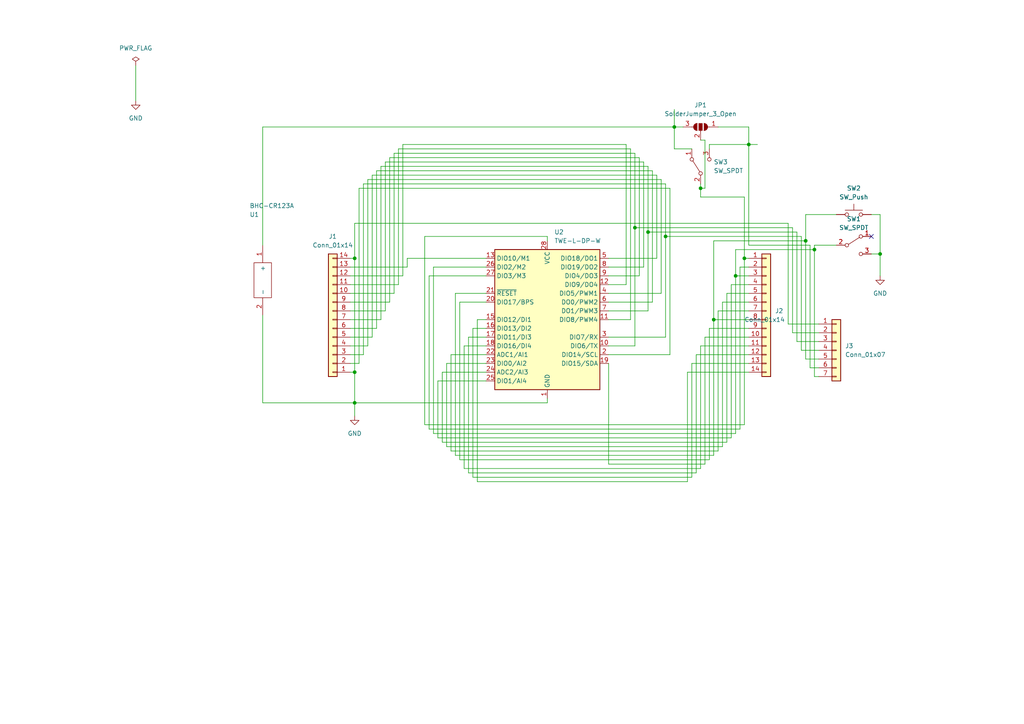
<source format=kicad_sch>
(kicad_sch (version 20211123) (generator eeschema)
  (paper "A4")
  (lib_symbols
    (symbol "BHC-CR123A:BHC-CR123A" (pin_names (offset 0.762))
      (property "Reference" "U" (at 16.51 7.62 0))
      (property "Value" "BHC-CR123A" (at 16.51 5.08 0))
      (symbol "BHC-CR123A_0_0"
        (pin power_out line (at 0 0 0) (length 5.08) (name "+") (number "1"))
        (pin power_in line (at 20.32 0 180) (length 5.08) (name "-") (number "2"))
      )
      (symbol "BHC-CR123A_0_1"
        (polyline (pts (xy 5.08 2.54) (xy 15.24 2.54) (xy 15.24 -2.54) (xy 5.08 -2.54) (xy 5.08 2.54)) (stroke (width 0.1524)))
      )
    )
    (symbol "Connector_Generic:Conn_01x07" (pin_names (offset 1.016) hide)
      (property "Reference" "J" (at 0 10.16 0))
      (property "Value" "Conn_01x07" (at 0 -10.16 0))
      (symbol "Conn_01x07_1_1"
        (rectangle (start -1.27 -7.493) (end 0 -7.747) (stroke (width 0.1524)))
        (rectangle (start -1.27 -4.953) (end 0 -5.207) (stroke (width 0.1524)))
        (rectangle (start -1.27 -2.413) (end 0 -2.667) (stroke (width 0.1524)))
        (rectangle (start -1.27 0.127) (end 0 -0.127) (stroke (width 0.1524)))
        (rectangle (start -1.27 2.667) (end 0 2.413) (stroke (width 0.1524)))
        (rectangle (start -1.27 5.207) (end 0 4.953) (stroke (width 0.1524)))
        (rectangle (start -1.27 7.747) (end 0 7.493) (stroke (width 0.1524)))
        (rectangle (start -1.27 8.89) (end 1.27 -8.89) (stroke (width 0.254)) (fill (type background)))
        (pin passive line (at -5.08 7.62 0) (length 3.81) (name "Pin_1") (number "1"))
        (pin passive line (at -5.08 5.08 0) (length 3.81) (name "Pin_2") (number "2"))
        (pin passive line (at -5.08 2.54 0) (length 3.81) (name "Pin_3") (number "3"))
        (pin passive line (at -5.08 0 0) (length 3.81) (name "Pin_4") (number "4"))
        (pin passive line (at -5.08 -2.54 0) (length 3.81) (name "Pin_5") (number "5"))
        (pin passive line (at -5.08 -5.08 0) (length 3.81) (name "Pin_6") (number "6"))
        (pin passive line (at -5.08 -7.62 0) (length 3.81) (name "Pin_7") (number "7"))
      )
    )
    (symbol "Connector_Generic:Conn_01x14" (pin_names (offset 1.016) hide)
      (property "Reference" "J" (at 0 17.78 0))
      (property "Value" "Conn_01x14" (at 0 -20.32 0))
      (symbol "Conn_01x14_1_1"
        (rectangle (start -1.27 -17.653) (end 0 -17.907) (stroke (width 0.1524)))
        (rectangle (start -1.27 -15.113) (end 0 -15.367) (stroke (width 0.1524)))
        (rectangle (start -1.27 -12.573) (end 0 -12.827) (stroke (width 0.1524)))
        (rectangle (start -1.27 -10.033) (end 0 -10.287) (stroke (width 0.1524)))
        (rectangle (start -1.27 -7.493) (end 0 -7.747) (stroke (width 0.1524)))
        (rectangle (start -1.27 -4.953) (end 0 -5.207) (stroke (width 0.1524)))
        (rectangle (start -1.27 -2.413) (end 0 -2.667) (stroke (width 0.1524)))
        (rectangle (start -1.27 0.127) (end 0 -0.127) (stroke (width 0.1524)))
        (rectangle (start -1.27 2.667) (end 0 2.413) (stroke (width 0.1524)))
        (rectangle (start -1.27 5.207) (end 0 4.953) (stroke (width 0.1524)))
        (rectangle (start -1.27 7.747) (end 0 7.493) (stroke (width 0.1524)))
        (rectangle (start -1.27 10.287) (end 0 10.033) (stroke (width 0.1524)))
        (rectangle (start -1.27 12.827) (end 0 12.573) (stroke (width 0.1524)))
        (rectangle (start -1.27 15.367) (end 0 15.113) (stroke (width 0.1524)))
        (rectangle (start -1.27 16.51) (end 1.27 -19.05) (stroke (width 0.254)) (fill (type background)))
        (pin passive line (at -5.08 15.24 0) (length 3.81) (name "Pin_1") (number "1"))
        (pin passive line (at -5.08 -7.62 0) (length 3.81) (name "Pin_10") (number "10"))
        (pin passive line (at -5.08 -10.16 0) (length 3.81) (name "Pin_11") (number "11"))
        (pin passive line (at -5.08 -12.7 0) (length 3.81) (name "Pin_12") (number "12"))
        (pin passive line (at -5.08 -15.24 0) (length 3.81) (name "Pin_13") (number "13"))
        (pin passive line (at -5.08 -17.78 0) (length 3.81) (name "Pin_14") (number "14"))
        (pin passive line (at -5.08 12.7 0) (length 3.81) (name "Pin_2") (number "2"))
        (pin passive line (at -5.08 10.16 0) (length 3.81) (name "Pin_3") (number "3"))
        (pin passive line (at -5.08 7.62 0) (length 3.81) (name "Pin_4") (number "4"))
        (pin passive line (at -5.08 5.08 0) (length 3.81) (name "Pin_5") (number "5"))
        (pin passive line (at -5.08 2.54 0) (length 3.81) (name "Pin_6") (number "6"))
        (pin passive line (at -5.08 0 0) (length 3.81) (name "Pin_7") (number "7"))
        (pin passive line (at -5.08 -2.54 0) (length 3.81) (name "Pin_8") (number "8"))
        (pin passive line (at -5.08 -5.08 0) (length 3.81) (name "Pin_9") (number "9"))
      )
    )
    (symbol "Jumper:SolderJumper_3_Open" (pin_names (offset 0) hide)
      (property "Reference" "JP" (at -2.54 -2.54 0))
      (property "Value" "SolderJumper_3_Open" (at 0 2.794 0))
      (symbol "SolderJumper_3_Open_0_1"
        (arc (start -1.016 1.016) (mid -2.032 0) (end -1.016 -1.016))
        (arc (start -1.016 1.016) (mid -2.032 0) (end -1.016 -1.016) (fill (type outline)))
        (rectangle (start -0.508 1.016) (end 0.508 -1.016) (fill (type outline)))
        (polyline (pts (xy -2.54 0) (xy -2.032 0)))
        (polyline (pts (xy -1.016 1.016) (xy -1.016 -1.016)))
        (polyline (pts (xy 0 -1.27) (xy 0 -1.016)))
        (polyline (pts (xy 1.016 1.016) (xy 1.016 -1.016)))
        (polyline (pts (xy 2.54 0) (xy 2.032 0)))
        (arc (start 1.016 -1.016) (mid 2.032 0) (end 1.016 1.016))
        (arc (start 1.016 -1.016) (mid 2.032 0) (end 1.016 1.016) (fill (type outline)))
      )
      (symbol "SolderJumper_3_Open_1_1"
        (pin passive line (at -5.08 0 0) (length 2.54) (name "A") (number "1"))
        (pin input line (at 0 -3.81 90) (length 2.54) (name "C") (number "2"))
        (pin passive line (at 5.08 0 180) (length 2.54) (name "B") (number "3"))
      )
    )
    (symbol "RF_ZigBee:TWE-L-DP-W"
      (property "Reference" "U" (at -11.43 21.59 0))
      (property "Value" "TWE-L-DP-W" (at 7.62 21.59 0))
      (symbol "TWE-L-DP-W_1_0"
        (rectangle (start -15.24 -20.32) (end 15.24 20.32) (stroke (width 0.254)) (fill (type background)))
      )
      (symbol "TWE-L-DP-W_1_1"
        (pin power_out line (at 0 -22.86 90) (length 2.54) (name "GND") (number "1"))
        (pin bidirectional line (at 17.78 -7.62 180) (length 2.54) (name "DIO6/TX") (number "10"))
        (pin bidirectional line (at 17.78 0 180) (length 2.54) (name "DIO8/PWM4") (number "11"))
        (pin bidirectional line (at 17.78 10.16 180) (length 2.54) (name "DIO9/DO4") (number "12"))
        (pin bidirectional line (at -17.78 17.78 0) (length 2.54) (name "DIO10/M1") (number "13"))
        (pin passive line (at 0 -22.86 90) (length 2.54) hide (name "GND") (number "14"))
        (pin bidirectional line (at -17.78 0 0) (length 2.54) (name "DIO12/DI1") (number "15"))
        (pin bidirectional line (at -17.78 -2.54 0) (length 2.54) (name "DIO13/DI2") (number "16"))
        (pin bidirectional line (at -17.78 -5.08 0) (length 2.54) (name "DIO11/DI3") (number "17"))
        (pin bidirectional line (at -17.78 -7.62 0) (length 2.54) (name "DIO16/DI4") (number "18"))
        (pin bidirectional line (at 17.78 -12.7 180) (length 2.54) (name "DIO15/SDA") (number "19"))
        (pin bidirectional line (at 17.78 -10.16 180) (length 2.54) (name "DIO14/SCL") (number "2"))
        (pin bidirectional line (at -17.78 5.08 0) (length 2.54) (name "DIO17/BPS") (number "20"))
        (pin input line (at -17.78 7.62 0) (length 2.54) (name "~{RESET}") (number "21"))
        (pin input line (at -17.78 -10.16 0) (length 2.54) (name "ADC1/AI1") (number "22"))
        (pin bidirectional line (at -17.78 -12.7 0) (length 2.54) (name "DIO0/AI2") (number "23"))
        (pin input line (at -17.78 -15.24 0) (length 2.54) (name "ADC2/AI3") (number "24"))
        (pin bidirectional line (at -17.78 -17.78 0) (length 2.54) (name "DIO1/AI4") (number "25"))
        (pin bidirectional line (at -17.78 15.24 0) (length 2.54) (name "DIO2/M2") (number "26"))
        (pin bidirectional line (at -17.78 12.7 0) (length 2.54) (name "DIO3/M3") (number "27"))
        (pin output line (at 0 22.86 270) (length 2.54) (name "VCC") (number "28"))
        (pin bidirectional line (at 17.78 -5.08 180) (length 2.54) (name "DIO7/RX") (number "3"))
        (pin bidirectional line (at 17.78 7.62 180) (length 2.54) (name "DIO5/PWM1") (number "4"))
        (pin bidirectional line (at 17.78 17.78 180) (length 2.54) (name "DIO18/DO1") (number "5"))
        (pin output line (at 17.78 5.08 180) (length 2.54) (name "DO0/PWM2") (number "6"))
        (pin bidirectional line (at 17.78 2.54 180) (length 2.54) (name "DO1/PWM3") (number "7"))
        (pin bidirectional line (at 17.78 15.24 180) (length 2.54) (name "DIO19/DO2") (number "8"))
        (pin bidirectional line (at 17.78 12.7 180) (length 2.54) (name "DIO4/DO3") (number "9"))
      )
    )
    (symbol "Switch:SW_Push" (pin_numbers hide) (pin_names (offset 1.016) hide)
      (property "Reference" "SW" (at 1.27 2.54 0))
      (property "Value" "SW_Push" (at 0 -1.524 0))
      (symbol "SW_Push_0_1"
        (circle (center -2.032 0) (radius 0.508))
        (polyline (pts (xy 0 1.27) (xy 0 3.048)))
        (polyline (pts (xy 2.54 1.27) (xy -2.54 1.27)))
        (circle (center 2.032 0) (radius 0.508))
        (pin passive line (at -5.08 0 0) (length 2.54) (name "1") (number "1"))
        (pin passive line (at 5.08 0 180) (length 2.54) (name "2") (number "2"))
      )
    )
    (symbol "Switch:SW_SPDT" (pin_names (offset 0) hide)
      (property "Reference" "SW" (at 0 4.318 0))
      (property "Value" "SW_SPDT" (at 0 -5.08 0))
      (symbol "SW_SPDT_0_0"
        (circle (center -2.032 0) (radius 0.508))
        (circle (center 2.032 -2.54) (radius 0.508))
      )
      (symbol "SW_SPDT_0_1"
        (polyline (pts (xy -1.524 0.254) (xy 1.651 2.286)))
        (circle (center 2.032 2.54) (radius 0.508))
      )
      (symbol "SW_SPDT_1_1"
        (pin passive line (at 5.08 2.54 180) (length 2.54) (name "A") (number "1"))
        (pin passive line (at -5.08 0 0) (length 2.54) (name "B") (number "2"))
        (pin passive line (at 5.08 -2.54 180) (length 2.54) (name "C") (number "3"))
      )
    )
    (symbol "power:GND" (power) (pin_names (offset 0))
      (property "Value" "GND" (at 0 -3.81 0))
      (symbol "GND_0_1"
        (polyline (pts (xy 0 0) (xy 0 -1.27) (xy 1.27 -1.27) (xy 0 -2.54) (xy -1.27 -1.27) (xy 0 -1.27)))
      )
      (symbol "GND_1_1"
        (pin power_in line (at 0 0 270) (length 0) hide (name "GND") (number "1"))
      )
    )
    (symbol "power:PWR_FLAG" (power) (pin_numbers hide) (pin_names (offset 0) hide)
      (property "Value" "PWR_FLAG" (at 0 3.81 0))
      (symbol "PWR_FLAG_0_0"
        (pin power_out line (at 0 0 90) (length 0) (name "pwr") (number "1"))
      )
      (symbol "PWR_FLAG_0_1"
        (polyline (pts (xy 0 0) (xy 0 1.27) (xy -1.016 1.905) (xy 0 2.54) (xy 1.016 1.905) (xy 0 1.27)))
      )
    )
  )
  (junction (at 255.27 73.66))
  (junction (at 102.87 74.93))
  (junction (at 215.9 74.93))
  (junction (at 236.22 72.39))
  (junction (at 102.87 107.95))
  (junction (at 233.68 69.85))
  (junction (at 203.2 54.61))
  (junction (at 187.96 67.31))
  (junction (at 184.15 66.04))
  (junction (at 193.04 68.58))
  (junction (at 207.01 92.71))
  (junction (at 217.17 41.91))
  (junction (at 102.87 116.84))
  (junction (at 195.58 36.83))
  (junction (at 213.36 80.01))
  (no_connect (at 252.73 68.58))
  (wire (pts (xy 207.01 132.08) (xy 207.01 92.71)))
  (wire (pts (xy 237.49 96.52) (xy 229.87 96.52)))
  (wire (pts (xy 176.53 105.41) (xy 176.53 134.62)))
  (wire (pts (xy 209.55 87.63) (xy 217.17 87.63)))
  (wire (pts (xy 135.89 137.16) (xy 135.89 97.79)))
  (wire (pts (xy 217.17 36.83) (xy 217.17 41.91)))
  (wire (pts (xy 140.97 105.41) (xy 129.54 105.41)))
  (wire (pts (xy 158.75 68.58) (xy 158.75 69.85)))
  (wire (pts (xy 187.96 90.17) (xy 176.53 90.17)))
  (wire (pts (xy 200.66 43.18) (xy 195.58 43.18)))
  (wire (pts (xy 115.57 82.55) (xy 115.57 43.18)))
  (wire (pts (xy 204.47 134.62) (xy 204.47 97.79)))
  (wire (pts (xy 76.2 116.84) (xy 102.87 116.84)))
  (wire (pts (xy 187.96 48.26) (xy 187.96 67.31)))
  (wire (pts (xy 176.53 134.62) (xy 204.47 134.62)))
  (wire (pts (xy 111.76 46.99) (xy 111.76 90.17)))
  (wire (pts (xy 101.6 105.41) (xy 104.14 105.41)))
  (wire (pts (xy 130.81 102.87) (xy 140.97 102.87)))
  (wire (pts (xy 138.43 92.71) (xy 140.97 92.71)))
  (wire (pts (xy 101.6 74.93) (xy 102.87 74.93)))
  (wire (pts (xy 236.22 72.39) (xy 213.36 72.39)))
  (wire (pts (xy 237.49 109.22) (xy 236.22 109.22)))
  (wire (pts (xy 130.81 130.81) (xy 130.81 102.87)))
  (wire (pts (xy 190.5 74.93) (xy 176.53 74.93)))
  (wire (pts (xy 236.22 71.12) (xy 236.22 72.39)))
  (wire (pts (xy 233.68 69.85) (xy 207.01 69.85)))
  (wire (pts (xy 106.68 100.33) (xy 106.68 52.07)))
  (wire (pts (xy 234.95 71.12) (xy 217.17 71.12)))
  (wire (pts (xy 190.5 50.8) (xy 190.5 74.93)))
  (wire (pts (xy 195.58 36.83) (xy 198.12 36.83)))
  (wire (pts (xy 109.22 49.53) (xy 189.23 49.53)))
  (wire (pts (xy 127 110.49) (xy 140.97 110.49)))
  (wire (pts (xy 229.87 96.52) (xy 229.87 66.04)))
  (wire (pts (xy 193.04 68.58) (xy 193.04 97.79)))
  (wire (pts (xy 189.23 87.63) (xy 176.53 87.63)))
  (wire (pts (xy 203.2 100.33) (xy 203.2 135.89)))
  (wire (pts (xy 101.6 100.33) (xy 106.68 100.33)))
  (wire (pts (xy 237.49 93.98) (xy 228.6 93.98)))
  (wire (pts (xy 105.41 53.34) (xy 193.04 53.34)))
  (wire (pts (xy 133.35 133.35) (xy 133.35 87.63)))
  (wire (pts (xy 193.04 68.58) (xy 232.41 68.58)))
  (wire (pts (xy 233.68 62.23) (xy 233.68 69.85)))
  (wire (pts (xy 217.17 102.87) (xy 201.93 102.87)))
  (wire (pts (xy 101.6 97.79) (xy 107.95 97.79)))
  (wire (pts (xy 191.77 85.09) (xy 176.53 85.09)))
  (wire (pts (xy 237.49 106.68) (xy 234.95 106.68)))
  (wire (pts (xy 205.74 95.25) (xy 205.74 133.35)))
  (wire (pts (xy 194.31 102.87) (xy 176.53 102.87)))
  (wire (pts (xy 242.57 62.23) (xy 233.68 62.23)))
  (wire (pts (xy 187.96 67.31) (xy 187.96 90.17)))
  (wire (pts (xy 237.49 101.6) (xy 232.41 101.6)))
  (wire (pts (xy 194.31 54.61) (xy 194.31 102.87)))
  (wire (pts (xy 186.69 77.47) (xy 186.69 46.99)))
  (wire (pts (xy 101.6 85.09) (xy 114.3 85.09)))
  (wire (pts (xy 140.97 95.25) (xy 137.16 95.25)))
  (wire (pts (xy 214.63 124.46) (xy 124.46 124.46)))
  (wire (pts (xy 203.2 40.64) (xy 204.47 40.64)))
  (wire (pts (xy 125.73 77.47) (xy 140.97 77.47)))
  (wire (pts (xy 213.36 72.39) (xy 213.36 80.01)))
  (wire (pts (xy 200.66 105.41) (xy 217.17 105.41)))
  (wire (pts (xy 193.04 97.79) (xy 176.53 97.79)))
  (wire (pts (xy 107.95 97.79) (xy 107.95 50.8)))
  (wire (pts (xy 203.2 135.89) (xy 134.62 135.89)))
  (wire (pts (xy 76.2 36.83) (xy 195.58 36.83)))
  (wire (pts (xy 228.6 93.98) (xy 228.6 64.77)))
  (wire (pts (xy 102.87 64.77) (xy 102.87 74.93)))
  (wire (pts (xy 195.58 43.18) (xy 195.58 36.83)))
  (wire (pts (xy 110.49 48.26) (xy 187.96 48.26)))
  (wire (pts (xy 203.2 53.34) (xy 203.2 54.61)))
  (wire (pts (xy 217.17 77.47) (xy 214.63 77.47)))
  (wire (pts (xy 124.46 124.46) (xy 124.46 80.01)))
  (wire (pts (xy 107.95 50.8) (xy 190.5 50.8)))
  (wire (pts (xy 214.63 77.47) (xy 214.63 124.46)))
  (wire (pts (xy 125.73 125.73) (xy 125.73 77.47)))
  (wire (pts (xy 217.17 80.01) (xy 213.36 80.01)))
  (wire (pts (xy 212.09 82.55) (xy 212.09 127)))
  (wire (pts (xy 215.9 74.93) (xy 215.9 123.19)))
  (wire (pts (xy 185.42 45.72) (xy 185.42 80.01)))
  (wire (pts (xy 76.2 91.44) (xy 76.2 116.84)))
  (wire (pts (xy 255.27 62.23) (xy 255.27 73.66)))
  (wire (pts (xy 129.54 129.54) (xy 209.55 129.54)))
  (wire (pts (xy 111.76 90.17) (xy 101.6 90.17)))
  (wire (pts (xy 110.49 92.71) (xy 110.49 48.26)))
  (wire (pts (xy 252.73 73.66) (xy 255.27 73.66)))
  (wire (pts (xy 182.88 43.18) (xy 182.88 92.71)))
  (wire (pts (xy 228.6 64.77) (xy 102.87 64.77)))
  (wire (pts (xy 215.9 123.19) (xy 123.19 123.19)))
  (wire (pts (xy 185.42 80.01) (xy 176.53 80.01)))
  (wire (pts (xy 213.36 125.73) (xy 125.73 125.73)))
  (wire (pts (xy 184.15 66.04) (xy 229.87 66.04)))
  (wire (pts (xy 101.6 80.01) (xy 116.84 80.01)))
  (wire (pts (xy 252.73 62.23) (xy 255.27 62.23)))
  (wire (pts (xy 123.19 123.19) (xy 123.19 68.58)))
  (wire (pts (xy 210.82 128.27) (xy 128.27 128.27)))
  (wire (pts (xy 133.35 87.63) (xy 140.97 87.63)))
  (wire (pts (xy 217.17 85.09) (xy 210.82 85.09)))
  (wire (pts (xy 242.57 71.12) (xy 236.22 71.12)))
  (wire (pts (xy 184.15 44.45) (xy 184.15 66.04)))
  (wire (pts (xy 134.62 135.89) (xy 134.62 100.33)))
  (wire (pts (xy 201.93 102.87) (xy 201.93 137.16)))
  (wire (pts (xy 181.61 41.91) (xy 181.61 82.55)))
  (wire (pts (xy 102.87 116.84) (xy 102.87 120.65)))
  (wire (pts (xy 208.28 90.17) (xy 208.28 130.81)))
  (wire (pts (xy 207.01 69.85) (xy 207.01 92.71)))
  (wire (pts (xy 205.74 41.91) (xy 205.74 43.18)))
  (wire (pts (xy 123.19 68.58) (xy 158.75 68.58)))
  (wire (pts (xy 195.58 31.75) (xy 195.58 36.83)))
  (wire (pts (xy 234.95 106.68) (xy 234.95 71.12)))
  (wire (pts (xy 181.61 82.55) (xy 176.53 82.55)))
  (wire (pts (xy 118.11 74.93) (xy 118.11 77.47)))
  (wire (pts (xy 182.88 92.71) (xy 176.53 92.71)))
  (wire (pts (xy 237.49 99.06) (xy 231.14 99.06)))
  (wire (pts (xy 140.97 74.93) (xy 118.11 74.93)))
  (wire (pts (xy 233.68 104.14) (xy 233.68 69.85)))
  (wire (pts (xy 217.17 100.33) (xy 203.2 100.33)))
  (wire (pts (xy 39.37 19.05) (xy 39.37 29.21)))
  (wire (pts (xy 213.36 80.01) (xy 213.36 125.73)))
  (wire (pts (xy 113.03 87.63) (xy 113.03 45.72)))
  (wire (pts (xy 208.28 36.83) (xy 217.17 36.83)))
  (wire (pts (xy 176.53 77.47) (xy 186.69 77.47)))
  (wire (pts (xy 186.69 46.99) (xy 111.76 46.99)))
  (wire (pts (xy 132.08 132.08) (xy 207.01 132.08)))
  (wire (pts (xy 116.84 80.01) (xy 116.84 41.91)))
  (wire (pts (xy 135.89 97.79) (xy 140.97 97.79)))
  (wire (pts (xy 137.16 95.25) (xy 137.16 138.43)))
  (wire (pts (xy 201.93 137.16) (xy 135.89 137.16)))
  (wire (pts (xy 102.87 116.84) (xy 158.75 116.84)))
  (wire (pts (xy 255.27 73.66) (xy 255.27 80.01)))
  (wire (pts (xy 127 127) (xy 127 110.49)))
  (wire (pts (xy 115.57 43.18) (xy 182.88 43.18)))
  (wire (pts (xy 231.14 99.06) (xy 231.14 67.31)))
  (wire (pts (xy 114.3 44.45) (xy 184.15 44.45)))
  (wire (pts (xy 217.17 95.25) (xy 205.74 95.25)))
  (wire (pts (xy 232.41 101.6) (xy 232.41 68.58)))
  (wire (pts (xy 204.47 40.64) (xy 204.47 54.61)))
  (wire (pts (xy 101.6 82.55) (xy 115.57 82.55)))
  (wire (pts (xy 199.39 107.95) (xy 199.39 139.7)))
  (wire (pts (xy 205.74 41.91) (xy 217.17 41.91)))
  (wire (pts (xy 184.15 66.04) (xy 184.15 100.33)))
  (wire (pts (xy 128.27 107.95) (xy 140.97 107.95)))
  (wire (pts (xy 191.77 52.07) (xy 191.77 85.09)))
  (wire (pts (xy 205.74 133.35) (xy 133.35 133.35)))
  (wire (pts (xy 113.03 45.72) (xy 185.42 45.72)))
  (wire (pts (xy 102.87 107.95) (xy 102.87 116.84)))
  (wire (pts (xy 134.62 100.33) (xy 140.97 100.33)))
  (wire (pts (xy 208.28 130.81) (xy 130.81 130.81)))
  (wire (pts (xy 128.27 128.27) (xy 128.27 107.95)))
  (wire (pts (xy 203.2 57.15) (xy 215.9 57.15)))
  (wire (pts (xy 193.04 53.34) (xy 193.04 68.58)))
  (wire (pts (xy 106.68 52.07) (xy 191.77 52.07)))
  (wire (pts (xy 199.39 139.7) (xy 138.43 139.7)))
  (wire (pts (xy 184.15 100.33) (xy 176.53 100.33)))
  (wire (pts (xy 76.2 71.12) (xy 76.2 36.83)))
  (wire (pts (xy 101.6 95.25) (xy 109.22 95.25)))
  (wire (pts (xy 204.47 54.61) (xy 203.2 54.61)))
  (wire (pts (xy 138.43 139.7) (xy 138.43 92.71)))
  (wire (pts (xy 215.9 57.15) (xy 215.9 74.93)))
  (wire (pts (xy 207.01 92.71) (xy 217.17 92.71)))
  (wire (pts (xy 101.6 92.71) (xy 110.49 92.71)))
  (wire (pts (xy 124.46 80.01) (xy 140.97 80.01)))
  (wire (pts (xy 101.6 107.95) (xy 102.87 107.95)))
  (wire (pts (xy 104.14 54.61) (xy 194.31 54.61)))
  (wire (pts (xy 204.47 97.79) (xy 217.17 97.79)))
  (wire (pts (xy 140.97 85.09) (xy 132.08 85.09)))
  (wire (pts (xy 217.17 82.55) (xy 212.09 82.55)))
  (wire (pts (xy 212.09 127) (xy 127 127)))
  (wire (pts (xy 129.54 105.41) (xy 129.54 129.54)))
  (wire (pts (xy 132.08 85.09) (xy 132.08 132.08)))
  (wire (pts (xy 114.3 85.09) (xy 114.3 44.45)))
  (wire (pts (xy 217.17 41.91) (xy 219.71 41.91)))
  (wire (pts (xy 101.6 87.63) (xy 113.03 87.63)))
  (wire (pts (xy 137.16 138.43) (xy 200.66 138.43)))
  (wire (pts (xy 217.17 41.91) (xy 217.17 71.12)))
  (wire (pts (xy 158.75 116.84) (xy 158.75 115.57)))
  (wire (pts (xy 118.11 77.47) (xy 101.6 77.47)))
  (wire (pts (xy 200.66 138.43) (xy 200.66 105.41)))
  (wire (pts (xy 237.49 104.14) (xy 233.68 104.14)))
  (wire (pts (xy 210.82 85.09) (xy 210.82 128.27)))
  (wire (pts (xy 104.14 105.41) (xy 104.14 54.61)))
  (wire (pts (xy 102.87 74.93) (xy 102.87 107.95)))
  (wire (pts (xy 116.84 41.91) (xy 181.61 41.91)))
  (wire (pts (xy 189.23 49.53) (xy 189.23 87.63)))
  (wire (pts (xy 105.41 102.87) (xy 105.41 53.34)))
  (wire (pts (xy 209.55 129.54) (xy 209.55 87.63)))
  (wire (pts (xy 217.17 74.93) (xy 215.9 74.93)))
  (wire (pts (xy 236.22 109.22) (xy 236.22 72.39)))
  (wire (pts (xy 203.2 54.61) (xy 203.2 57.15)))
  (wire (pts (xy 217.17 90.17) (xy 208.28 90.17)))
  (wire (pts (xy 187.96 67.31) (xy 231.14 67.31)))
  (wire (pts (xy 109.22 95.25) (xy 109.22 49.53)))
  (wire (pts (xy 217.17 107.95) (xy 199.39 107.95)))
  (wire (pts (xy 101.6 102.87) (xy 105.41 102.87)))
  (symbol (lib_id "Switch:SW_SPDT") (at 247.65 71.12 0) (unit 1)
    (property "Reference" "SW1" (at 247.65 63.5 0))
    (property "Value" "SW_SPDT" (at 247.65 66.04 0))
  )
  (symbol (lib_id "RF_ZigBee:TWE-L-DP-W") (at 158.75 92.71 0) (unit 1)
    (property "Reference" "U2" (at 160.7694 67.31 0) (effects (justify left)))
    (property "Value" "TWE-L-DP-W" (at 160.7694 69.85 0) (effects (justify left)))
    (property "Footprint" "Package_DIP:DIP-28_W15.24mm" (effects hide))
    (property "Datasheet" "https://www.mono-wireless.com/jp/products/TWE-Lite-DIP/MW-PDS-TWELITEDIP-JP.pdf" (effects hide))
  )
  (symbol (lib_id "Switch:SW_SPDT") (at 203.2 48.26 90) (unit 1)
    (property "Reference" "SW3" (at 207.01 46.9899 90) (effects (justify right)))
    (property "Value" "SW_SPDT" (at 207.01 49.5299 90) (effects (justify right)))
  )
  (symbol (lib_id "Connector_Generic:Conn_01x14") (at 96.52 92.71 180) (unit 1)
    (property "Reference" "J1" (at 96.52 68.58 0))
    (property "Value" "Conn_01x14" (at 96.52 71.12 0))
    (property "Footprint" "Connector_PinHeader_2.54mm:PinHeader_1x14_P2.54mm_Vertical" (effects hide))
  )
  (symbol (lib_id "Jumper:SolderJumper_3_Open") (at 203.2 36.83 0) (mirror y) (unit 1)
    (property "Reference" "JP1" (at 203.2 30.48 0))
    (property "Value" "SolderJumper_3_Open" (at 203.2 33.02 0))
  )
  (symbol (lib_id "Connector_Generic:Conn_01x14") (at 222.25 90.17 0) (unit 1)
    (property "Reference" "J2" (at 224.79 90.1699 0) (effects (justify left)))
    (property "Value" "Conn_01x14" (at 215.9 92.7099 0) (effects (justify left)))
    (property "Footprint" "Connector_PinHeader_2.54mm:PinHeader_1x14_P2.54mm_Vertical" (effects hide))
  )
  (symbol (lib_id "Connector_Generic:Conn_01x07") (at 242.57 101.6 0) (unit 1)
    (property "Reference" "J3" (at 245.11 100.3299 0) (effects (justify left)))
    (property "Value" "Conn_01x07" (at 245.11 102.8699 0) (effects (justify left)))
    (property "Footprint" "Connector_PinHeader_2.54mm:PinHeader_1x07_P2.54mm_Vertical" (effects hide))
  )
  (symbol (lib_id "power:GND") (at 39.37 29.21 0) (unit 1)
    (property "Reference" "#PWR0102" (effects hide))
    (property "Value" "GND" (at 39.37 34.29 0))
  )
  (symbol (lib_id "BHC-CR123A:BHC-CR123A") (at 76.2 71.12 270) (unit 1)
    (property "Reference" "U1" (at 72.39 62.2301 90) (effects (justify left)))
    (property "Value" "BHC-CR123A" (at 72.39 59.6901 90) (effects (justify left)))
    (property "Footprint" "BHC-CR123A" (effects hide))
    (property "Datasheet" "http://www.farnell.com/cad/1868607.pdf" (effects hide))
    (property "Description" "PRO POWER - BHC-CR123A - BATTERY HOLDER, CR123A, PCB" (effects hide))
    (property "Manufacturer_Name" "PRO POWER" (effects hide))
    (property "Manufacturer_Part_Number" "BHC-CR123A" (effects hide))
  )
  (symbol (lib_id "power:PWR_FLAG") (at 39.37 19.05 0) (unit 1)
    (property "Reference" "#FLG0102" (effects hide))
    (property "Value" "PWR_FLAG" (at 39.37 13.97 0))
  )
  (symbol (lib_id "Switch:SW_Push") (at 247.65 62.23 0) (unit 1)
    (property "Reference" "SW2" (at 247.65 54.61 0))
    (property "Value" "SW_Push" (at 247.65 57.15 0))
  )
  (symbol (lib_id "power:GND") (at 255.27 80.01 0) (unit 1)
    (property "Reference" "#PWR0103" (effects hide))
    (property "Value" "GND" (at 255.27 85.09 0))
  )
  (symbol (lib_id "power:GND") (at 102.87 120.65 0) (unit 1)
    (property "Reference" "#PWR0101" (effects hide))
    (property "Value" "GND" (at 102.87 125.73 0))
  )
)
</source>
